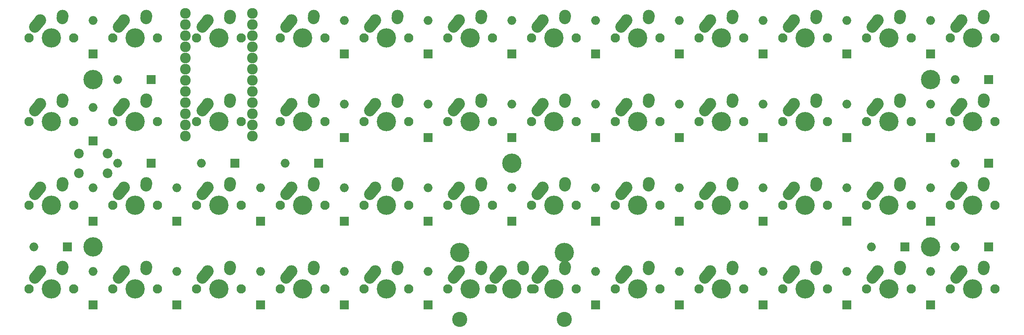
<source format=gts>
%TF.GenerationSoftware,KiCad,Pcbnew,4.0.6*%
%TF.CreationDate,2017-12-08T15:53:32-08:00*%
%TF.ProjectId,Danck,44616E636B2E6B696361645F70636200,rev?*%
%TF.FileFunction,Soldermask,Top*%
%FSLAX46Y46*%
G04 Gerber Fmt 4.6, Leading zero omitted, Abs format (unit mm)*
G04 Created by KiCad (PCBNEW 4.0.6) date 12/08/17 15:53:32*
%MOMM*%
%LPD*%
G01*
G04 APERTURE LIST*
%ADD10C,0.100000*%
%ADD11R,2.000000X2.000000*%
%ADD12O,2.000000X2.000000*%
%ADD13C,2.650000*%
%ADD14C,2.650000*%
%ADD15C,4.387800*%
%ADD16C,2.101800*%
%ADD17C,3.448000*%
%ADD18C,2.432000*%
%ADD19C,2.200000*%
%ADD20C,4.400000*%
G04 APERTURE END LIST*
D10*
D11*
X47625000Y-41751250D03*
D12*
X47625000Y-34131250D03*
D11*
X60801250Y-47625000D03*
D12*
X53181250Y-47625000D03*
D11*
X79851250Y-66675000D03*
D12*
X72231250Y-66675000D03*
D11*
X104775000Y-41751250D03*
D12*
X104775000Y-34131250D03*
D11*
X123825000Y-41751250D03*
D12*
X123825000Y-34131250D03*
D11*
X142875000Y-41751250D03*
D12*
X142875000Y-34131250D03*
D11*
X161925000Y-41751250D03*
D12*
X161925000Y-34131250D03*
D11*
X180975000Y-41751250D03*
D12*
X180975000Y-34131250D03*
D11*
X200025000Y-41751250D03*
D12*
X200025000Y-34131250D03*
D11*
X219075000Y-41751250D03*
D12*
X219075000Y-34131250D03*
D11*
X238125000Y-41751250D03*
D12*
X238125000Y-34131250D03*
D11*
X251301250Y-47625000D03*
D12*
X243681250Y-47625000D03*
D11*
X47625000Y-61595000D03*
D12*
X47625000Y-53975000D03*
D11*
X60801250Y-66675000D03*
D12*
X53181250Y-66675000D03*
D11*
X98901250Y-66675000D03*
D12*
X91281250Y-66675000D03*
D11*
X104775000Y-60801250D03*
D12*
X104775000Y-53181250D03*
D11*
X123825000Y-60801250D03*
D12*
X123825000Y-53181250D03*
D11*
X142875000Y-60801250D03*
D12*
X142875000Y-53181250D03*
D11*
X161925000Y-60801250D03*
D12*
X161925000Y-53181250D03*
D11*
X180975000Y-60801250D03*
D12*
X180975000Y-53181250D03*
D11*
X200025000Y-60801250D03*
D12*
X200025000Y-53181250D03*
D11*
X219075000Y-60801250D03*
D12*
X219075000Y-53181250D03*
D11*
X238125000Y-60801250D03*
D12*
X238125000Y-53181250D03*
D11*
X251301250Y-66675000D03*
D12*
X243681250Y-66675000D03*
D11*
X47625000Y-79851250D03*
D12*
X47625000Y-72231250D03*
D11*
X66675000Y-79851250D03*
D12*
X66675000Y-72231250D03*
D11*
X85725000Y-79851250D03*
D12*
X85725000Y-72231250D03*
D11*
X104775000Y-79851250D03*
D12*
X104775000Y-72231250D03*
D11*
X123825000Y-79851250D03*
D12*
X123825000Y-72231250D03*
D11*
X142875000Y-79851250D03*
D12*
X142875000Y-72231250D03*
D11*
X161925000Y-79851250D03*
D12*
X161925000Y-72231250D03*
D11*
X180975000Y-79851250D03*
D12*
X180975000Y-72231250D03*
D11*
X200025000Y-79851250D03*
D12*
X200025000Y-72231250D03*
D11*
X219075000Y-79851250D03*
D12*
X219075000Y-72231250D03*
D11*
X232251250Y-85725000D03*
D12*
X224631250Y-85725000D03*
D11*
X238125000Y-79851250D03*
D12*
X238125000Y-72231250D03*
D11*
X41751250Y-85725000D03*
D12*
X34131250Y-85725000D03*
D11*
X47625000Y-98901250D03*
D12*
X47625000Y-91281250D03*
D11*
X66675000Y-98901250D03*
D12*
X66675000Y-91281250D03*
D11*
X85725000Y-98901250D03*
D12*
X85725000Y-91281250D03*
D11*
X104775000Y-98901250D03*
D12*
X104775000Y-91281250D03*
D11*
X123825000Y-98901250D03*
D12*
X123825000Y-91281250D03*
D11*
X161925000Y-98901250D03*
D12*
X161925000Y-91281250D03*
D11*
X180975000Y-98901250D03*
D12*
X180975000Y-91281250D03*
D11*
X200025000Y-98901250D03*
D12*
X200025000Y-91281250D03*
D11*
X219075000Y-98901250D03*
D12*
X219075000Y-91281250D03*
D11*
X238125000Y-98901250D03*
D12*
X238125000Y-91281250D03*
D11*
X251301250Y-85725000D03*
D12*
X243681250Y-85725000D03*
D13*
X40600000Y-33600000D02*
X40640000Y-33020000D01*
D14*
X40640000Y-33020000D03*
D13*
X34290000Y-35560000D02*
X35600000Y-34100000D01*
D15*
X38100000Y-38100000D03*
D14*
X35600000Y-34100000D03*
D16*
X33020000Y-38100000D03*
X43180000Y-38100000D03*
D13*
X59650000Y-33600000D02*
X59690000Y-33020000D01*
D14*
X59690000Y-33020000D03*
D13*
X53340000Y-35560000D02*
X54650000Y-34100000D01*
D15*
X57150000Y-38100000D03*
D14*
X54650000Y-34100000D03*
D16*
X52070000Y-38100000D03*
X62230000Y-38100000D03*
D13*
X78700000Y-33600000D02*
X78740000Y-33020000D01*
D14*
X78740000Y-33020000D03*
D13*
X72390000Y-35560000D02*
X73700000Y-34100000D01*
D15*
X76200000Y-38100000D03*
D14*
X73700000Y-34100000D03*
D16*
X71120000Y-38100000D03*
X81280000Y-38100000D03*
D13*
X97750000Y-33600000D02*
X97790000Y-33020000D01*
D14*
X97790000Y-33020000D03*
D13*
X91440000Y-35560000D02*
X92750000Y-34100000D01*
D15*
X95250000Y-38100000D03*
D14*
X92750000Y-34100000D03*
D16*
X90170000Y-38100000D03*
X100330000Y-38100000D03*
D13*
X116800000Y-33600000D02*
X116840000Y-33020000D01*
D14*
X116840000Y-33020000D03*
D13*
X110490000Y-35560000D02*
X111800000Y-34100000D01*
D15*
X114300000Y-38100000D03*
D14*
X111800000Y-34100000D03*
D16*
X109220000Y-38100000D03*
X119380000Y-38100000D03*
D13*
X135850000Y-33600000D02*
X135890000Y-33020000D01*
D14*
X135890000Y-33020000D03*
D13*
X129540000Y-35560000D02*
X130850000Y-34100000D01*
D15*
X133350000Y-38100000D03*
D14*
X130850000Y-34100000D03*
D16*
X128270000Y-38100000D03*
X138430000Y-38100000D03*
D13*
X154900000Y-33600000D02*
X154940000Y-33020000D01*
D14*
X154940000Y-33020000D03*
D13*
X148590000Y-35560000D02*
X149900000Y-34100000D01*
D15*
X152400000Y-38100000D03*
D14*
X149900000Y-34100000D03*
D16*
X147320000Y-38100000D03*
X157480000Y-38100000D03*
D13*
X173950000Y-33600000D02*
X173990000Y-33020000D01*
D14*
X173990000Y-33020000D03*
D13*
X167640000Y-35560000D02*
X168950000Y-34100000D01*
D15*
X171450000Y-38100000D03*
D14*
X168950000Y-34100000D03*
D16*
X166370000Y-38100000D03*
X176530000Y-38100000D03*
D13*
X193000000Y-33600000D02*
X193040000Y-33020000D01*
D14*
X193040000Y-33020000D03*
D13*
X186690000Y-35560000D02*
X188000000Y-34100000D01*
D15*
X190500000Y-38100000D03*
D14*
X188000000Y-34100000D03*
D16*
X185420000Y-38100000D03*
X195580000Y-38100000D03*
D13*
X212050000Y-33600000D02*
X212090000Y-33020000D01*
D14*
X212090000Y-33020000D03*
D13*
X205740000Y-35560000D02*
X207050000Y-34100000D01*
D15*
X209550000Y-38100000D03*
D14*
X207050000Y-34100000D03*
D16*
X204470000Y-38100000D03*
X214630000Y-38100000D03*
D13*
X231100000Y-33600000D02*
X231140000Y-33020000D01*
D14*
X231140000Y-33020000D03*
D13*
X224790000Y-35560000D02*
X226100000Y-34100000D01*
D15*
X228600000Y-38100000D03*
D14*
X226100000Y-34100000D03*
D16*
X223520000Y-38100000D03*
X233680000Y-38100000D03*
D13*
X250150000Y-33600000D02*
X250190000Y-33020000D01*
D14*
X250190000Y-33020000D03*
D13*
X243840000Y-35560000D02*
X245150000Y-34100000D01*
D15*
X247650000Y-38100000D03*
D14*
X245150000Y-34100000D03*
D16*
X242570000Y-38100000D03*
X252730000Y-38100000D03*
D13*
X40600000Y-52650000D02*
X40640000Y-52070000D01*
D14*
X40640000Y-52070000D03*
D13*
X34290000Y-54610000D02*
X35600000Y-53150000D01*
D15*
X38100000Y-57150000D03*
D14*
X35600000Y-53150000D03*
D16*
X33020000Y-57150000D03*
X43180000Y-57150000D03*
D13*
X59650000Y-52650000D02*
X59690000Y-52070000D01*
D14*
X59690000Y-52070000D03*
D13*
X53340000Y-54610000D02*
X54650000Y-53150000D01*
D15*
X57150000Y-57150000D03*
D14*
X54650000Y-53150000D03*
D16*
X52070000Y-57150000D03*
X62230000Y-57150000D03*
D13*
X78700000Y-52650000D02*
X78740000Y-52070000D01*
D14*
X78740000Y-52070000D03*
D13*
X72390000Y-54610000D02*
X73700000Y-53150000D01*
D15*
X76200000Y-57150000D03*
D14*
X73700000Y-53150000D03*
D16*
X71120000Y-57150000D03*
X81280000Y-57150000D03*
D13*
X97750000Y-52650000D02*
X97790000Y-52070000D01*
D14*
X97790000Y-52070000D03*
D13*
X91440000Y-54610000D02*
X92750000Y-53150000D01*
D15*
X95250000Y-57150000D03*
D14*
X92750000Y-53150000D03*
D16*
X90170000Y-57150000D03*
X100330000Y-57150000D03*
D13*
X116800000Y-52650000D02*
X116840000Y-52070000D01*
D14*
X116840000Y-52070000D03*
D13*
X110490000Y-54610000D02*
X111800000Y-53150000D01*
D15*
X114300000Y-57150000D03*
D14*
X111800000Y-53150000D03*
D16*
X109220000Y-57150000D03*
X119380000Y-57150000D03*
D13*
X135850000Y-52650000D02*
X135890000Y-52070000D01*
D14*
X135890000Y-52070000D03*
D13*
X129540000Y-54610000D02*
X130850000Y-53150000D01*
D15*
X133350000Y-57150000D03*
D14*
X130850000Y-53150000D03*
D16*
X128270000Y-57150000D03*
X138430000Y-57150000D03*
D13*
X154900000Y-52650000D02*
X154940000Y-52070000D01*
D14*
X154940000Y-52070000D03*
D13*
X148590000Y-54610000D02*
X149900000Y-53150000D01*
D15*
X152400000Y-57150000D03*
D14*
X149900000Y-53150000D03*
D16*
X147320000Y-57150000D03*
X157480000Y-57150000D03*
D13*
X173950000Y-52650000D02*
X173990000Y-52070000D01*
D14*
X173990000Y-52070000D03*
D13*
X167640000Y-54610000D02*
X168950000Y-53150000D01*
D15*
X171450000Y-57150000D03*
D14*
X168950000Y-53150000D03*
D16*
X166370000Y-57150000D03*
X176530000Y-57150000D03*
D13*
X193000000Y-52650000D02*
X193040000Y-52070000D01*
D14*
X193040000Y-52070000D03*
D13*
X186690000Y-54610000D02*
X188000000Y-53150000D01*
D15*
X190500000Y-57150000D03*
D14*
X188000000Y-53150000D03*
D16*
X185420000Y-57150000D03*
X195580000Y-57150000D03*
D13*
X212050000Y-52650000D02*
X212090000Y-52070000D01*
D14*
X212090000Y-52070000D03*
D13*
X205740000Y-54610000D02*
X207050000Y-53150000D01*
D15*
X209550000Y-57150000D03*
D14*
X207050000Y-53150000D03*
D16*
X204470000Y-57150000D03*
X214630000Y-57150000D03*
D13*
X231100000Y-52650000D02*
X231140000Y-52070000D01*
D14*
X231140000Y-52070000D03*
D13*
X224790000Y-54610000D02*
X226100000Y-53150000D01*
D15*
X228600000Y-57150000D03*
D14*
X226100000Y-53150000D03*
D16*
X223520000Y-57150000D03*
X233680000Y-57150000D03*
D13*
X250150000Y-52650000D02*
X250190000Y-52070000D01*
D14*
X250190000Y-52070000D03*
D13*
X243840000Y-54610000D02*
X245150000Y-53150000D01*
D15*
X247650000Y-57150000D03*
D14*
X245150000Y-53150000D03*
D16*
X242570000Y-57150000D03*
X252730000Y-57150000D03*
D13*
X40600000Y-71700000D02*
X40640000Y-71120000D01*
D14*
X40640000Y-71120000D03*
D13*
X34290000Y-73660000D02*
X35600000Y-72200000D01*
D15*
X38100000Y-76200000D03*
D14*
X35600000Y-72200000D03*
D16*
X33020000Y-76200000D03*
X43180000Y-76200000D03*
D13*
X59650000Y-71700000D02*
X59690000Y-71120000D01*
D14*
X59690000Y-71120000D03*
D13*
X53340000Y-73660000D02*
X54650000Y-72200000D01*
D15*
X57150000Y-76200000D03*
D14*
X54650000Y-72200000D03*
D16*
X52070000Y-76200000D03*
X62230000Y-76200000D03*
D13*
X78700000Y-71700000D02*
X78740000Y-71120000D01*
D14*
X78740000Y-71120000D03*
D13*
X72390000Y-73660000D02*
X73700000Y-72200000D01*
D15*
X76200000Y-76200000D03*
D14*
X73700000Y-72200000D03*
D16*
X71120000Y-76200000D03*
X81280000Y-76200000D03*
D13*
X97750000Y-71700000D02*
X97790000Y-71120000D01*
D14*
X97790000Y-71120000D03*
D13*
X91440000Y-73660000D02*
X92750000Y-72200000D01*
D15*
X95250000Y-76200000D03*
D14*
X92750000Y-72200000D03*
D16*
X90170000Y-76200000D03*
X100330000Y-76200000D03*
D13*
X116800000Y-71700000D02*
X116840000Y-71120000D01*
D14*
X116840000Y-71120000D03*
D13*
X110490000Y-73660000D02*
X111800000Y-72200000D01*
D15*
X114300000Y-76200000D03*
D14*
X111800000Y-72200000D03*
D16*
X109220000Y-76200000D03*
X119380000Y-76200000D03*
D13*
X135850000Y-71700000D02*
X135890000Y-71120000D01*
D14*
X135890000Y-71120000D03*
D13*
X129540000Y-73660000D02*
X130850000Y-72200000D01*
D15*
X133350000Y-76200000D03*
D14*
X130850000Y-72200000D03*
D16*
X128270000Y-76200000D03*
X138430000Y-76200000D03*
D13*
X154900000Y-71700000D02*
X154940000Y-71120000D01*
D14*
X154940000Y-71120000D03*
D13*
X148590000Y-73660000D02*
X149900000Y-72200000D01*
D15*
X152400000Y-76200000D03*
D14*
X149900000Y-72200000D03*
D16*
X147320000Y-76200000D03*
X157480000Y-76200000D03*
D13*
X173950000Y-71700000D02*
X173990000Y-71120000D01*
D14*
X173990000Y-71120000D03*
D13*
X167640000Y-73660000D02*
X168950000Y-72200000D01*
D15*
X171450000Y-76200000D03*
D14*
X168950000Y-72200000D03*
D16*
X166370000Y-76200000D03*
X176530000Y-76200000D03*
D13*
X193000000Y-71700000D02*
X193040000Y-71120000D01*
D14*
X193040000Y-71120000D03*
D13*
X186690000Y-73660000D02*
X188000000Y-72200000D01*
D15*
X190500000Y-76200000D03*
D14*
X188000000Y-72200000D03*
D16*
X185420000Y-76200000D03*
X195580000Y-76200000D03*
D13*
X212050000Y-71700000D02*
X212090000Y-71120000D01*
D14*
X212090000Y-71120000D03*
D13*
X205740000Y-73660000D02*
X207050000Y-72200000D01*
D15*
X209550000Y-76200000D03*
D14*
X207050000Y-72200000D03*
D16*
X204470000Y-76200000D03*
X214630000Y-76200000D03*
D13*
X231100000Y-71700000D02*
X231140000Y-71120000D01*
D14*
X231140000Y-71120000D03*
D13*
X224790000Y-73660000D02*
X226100000Y-72200000D01*
D15*
X228600000Y-76200000D03*
D14*
X226100000Y-72200000D03*
D16*
X223520000Y-76200000D03*
X233680000Y-76200000D03*
D13*
X250150000Y-71700000D02*
X250190000Y-71120000D01*
D14*
X250190000Y-71120000D03*
D13*
X243840000Y-73660000D02*
X245150000Y-72200000D01*
D15*
X247650000Y-76200000D03*
D14*
X245150000Y-72200000D03*
D16*
X242570000Y-76200000D03*
X252730000Y-76200000D03*
D13*
X40600000Y-90750000D02*
X40640000Y-90170000D01*
D14*
X40640000Y-90170000D03*
D13*
X34290000Y-92710000D02*
X35600000Y-91250000D01*
D15*
X38100000Y-95250000D03*
D14*
X35600000Y-91250000D03*
D16*
X33020000Y-95250000D03*
X43180000Y-95250000D03*
D13*
X59650000Y-90750000D02*
X59690000Y-90170000D01*
D14*
X59690000Y-90170000D03*
D13*
X53340000Y-92710000D02*
X54650000Y-91250000D01*
D15*
X57150000Y-95250000D03*
D14*
X54650000Y-91250000D03*
D16*
X52070000Y-95250000D03*
X62230000Y-95250000D03*
D13*
X78700000Y-90750000D02*
X78740000Y-90170000D01*
D14*
X78740000Y-90170000D03*
D13*
X72390000Y-92710000D02*
X73700000Y-91250000D01*
D15*
X76200000Y-95250000D03*
D14*
X73700000Y-91250000D03*
D16*
X71120000Y-95250000D03*
X81280000Y-95250000D03*
D13*
X97750000Y-90750000D02*
X97790000Y-90170000D01*
D14*
X97790000Y-90170000D03*
D13*
X91440000Y-92710000D02*
X92750000Y-91250000D01*
D15*
X95250000Y-95250000D03*
D14*
X92750000Y-91250000D03*
D16*
X90170000Y-95250000D03*
X100330000Y-95250000D03*
D13*
X116800000Y-90750000D02*
X116840000Y-90170000D01*
D14*
X116840000Y-90170000D03*
D13*
X110490000Y-92710000D02*
X111800000Y-91250000D01*
D15*
X114300000Y-95250000D03*
D14*
X111800000Y-91250000D03*
D16*
X109220000Y-95250000D03*
X119380000Y-95250000D03*
D13*
X135850000Y-90750000D02*
X135890000Y-90170000D01*
D14*
X135890000Y-90170000D03*
D13*
X129540000Y-92710000D02*
X130850000Y-91250000D01*
D15*
X133350000Y-95250000D03*
D14*
X130850000Y-91250000D03*
D16*
X128270000Y-95250000D03*
X138430000Y-95250000D03*
D13*
X154900000Y-90750000D02*
X154940000Y-90170000D01*
D14*
X154940000Y-90170000D03*
D13*
X148590000Y-92710000D02*
X149900000Y-91250000D01*
D15*
X152400000Y-95250000D03*
D14*
X149900000Y-91250000D03*
D16*
X147320000Y-95250000D03*
X157480000Y-95250000D03*
D13*
X173950000Y-90750000D02*
X173990000Y-90170000D01*
D14*
X173990000Y-90170000D03*
D13*
X167640000Y-92710000D02*
X168950000Y-91250000D01*
D15*
X171450000Y-95250000D03*
D14*
X168950000Y-91250000D03*
D16*
X166370000Y-95250000D03*
X176530000Y-95250000D03*
D13*
X193000000Y-90750000D02*
X193040000Y-90170000D01*
D14*
X193040000Y-90170000D03*
D13*
X186690000Y-92710000D02*
X188000000Y-91250000D01*
D15*
X190500000Y-95250000D03*
D14*
X188000000Y-91250000D03*
D16*
X185420000Y-95250000D03*
X195580000Y-95250000D03*
D13*
X212050000Y-90750000D02*
X212090000Y-90170000D01*
D14*
X212090000Y-90170000D03*
D13*
X205740000Y-92710000D02*
X207050000Y-91250000D01*
D15*
X209550000Y-95250000D03*
D14*
X207050000Y-91250000D03*
D16*
X204470000Y-95250000D03*
X214630000Y-95250000D03*
D13*
X231100000Y-90750000D02*
X231140000Y-90170000D01*
D14*
X231140000Y-90170000D03*
D13*
X224790000Y-92710000D02*
X226100000Y-91250000D01*
D15*
X228600000Y-95250000D03*
D14*
X226100000Y-91250000D03*
D16*
X223520000Y-95250000D03*
X233680000Y-95250000D03*
D13*
X250150000Y-90750000D02*
X250190000Y-90170000D01*
D14*
X250190000Y-90170000D03*
D13*
X243840000Y-92710000D02*
X245150000Y-91250000D01*
D15*
X247650000Y-95250000D03*
D14*
X245150000Y-91250000D03*
D16*
X242570000Y-95250000D03*
X252730000Y-95250000D03*
D13*
X145375000Y-90750000D02*
X145415000Y-90170000D01*
D14*
X145415000Y-90170000D03*
D13*
X139065000Y-92710000D02*
X140375000Y-91250000D01*
D15*
X142875000Y-95250000D03*
D14*
X140375000Y-91250000D03*
D16*
X137795000Y-95250000D03*
X147955000Y-95250000D03*
D17*
X130968750Y-102235000D03*
X154781250Y-102235000D03*
D15*
X130968750Y-86995000D03*
X154781250Y-86995000D03*
D18*
X83820000Y-32543750D03*
X83820000Y-35083750D03*
X83820000Y-37623750D03*
X83820000Y-40163750D03*
X83820000Y-42703750D03*
X83820000Y-45243750D03*
X83820000Y-47783750D03*
X83820000Y-50323750D03*
X83820000Y-52863750D03*
X83820000Y-55403750D03*
X83820000Y-57943750D03*
X83820000Y-60483750D03*
X68580000Y-32543750D03*
X68580000Y-35083750D03*
X68580000Y-37623750D03*
X68580000Y-40163750D03*
X68580000Y-42703750D03*
X68580000Y-45243750D03*
X68580000Y-47783750D03*
X68580000Y-50323750D03*
X68580000Y-52863750D03*
X68580000Y-55403750D03*
X68580000Y-57943750D03*
X68580000Y-60483750D03*
D19*
X44375000Y-64425000D03*
X50875000Y-68925000D03*
X44375000Y-68925000D03*
X50875000Y-64425000D03*
D20*
X142875000Y-66675000D03*
X238125000Y-85725000D03*
X47625000Y-85725000D03*
X238125000Y-47625000D03*
X47625000Y-47625000D03*
M02*

</source>
